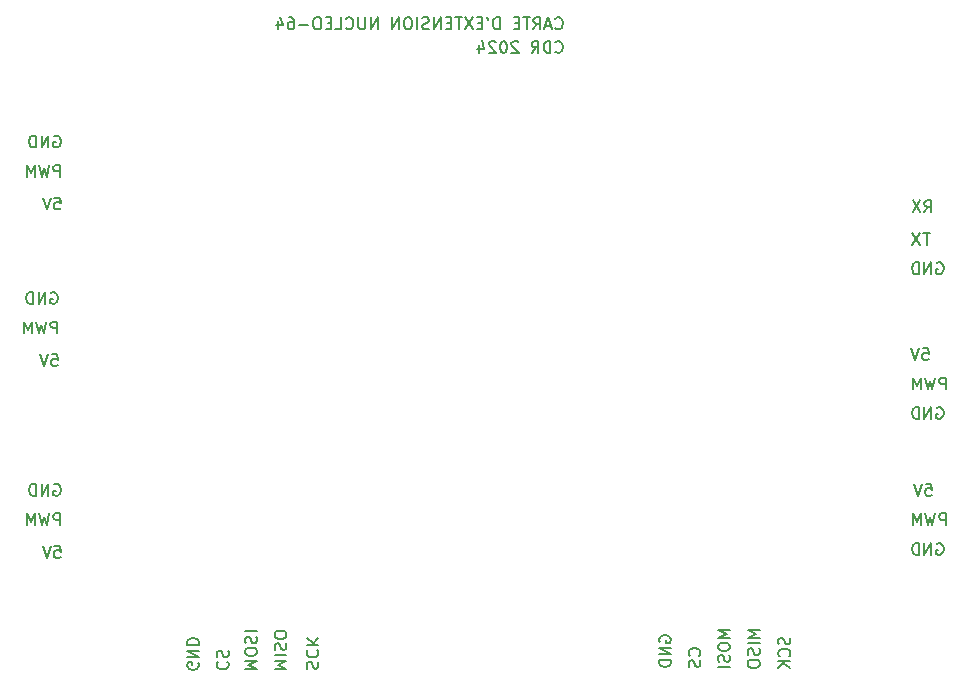
<source format=gbr>
%TF.GenerationSoftware,KiCad,Pcbnew,7.0.1*%
%TF.CreationDate,2024-03-29T14:38:25+01:00*%
%TF.ProjectId,nucleo_expansion,6e75636c-656f-45f6-9578-70616e73696f,Cyril*%
%TF.SameCoordinates,Original*%
%TF.FileFunction,Legend,Bot*%
%TF.FilePolarity,Positive*%
%FSLAX46Y46*%
G04 Gerber Fmt 4.6, Leading zero omitted, Abs format (unit mm)*
G04 Created by KiCad (PCBNEW 7.0.1) date 2024-03-29 14:38:25*
%MOMM*%
%LPD*%
G01*
G04 APERTURE LIST*
%ADD10C,0.150000*%
G04 APERTURE END LIST*
D10*
X169761904Y-118877619D02*
X169761904Y-117877619D01*
X169761904Y-117877619D02*
X169380952Y-117877619D01*
X169380952Y-117877619D02*
X169285714Y-117925238D01*
X169285714Y-117925238D02*
X169238095Y-117972857D01*
X169238095Y-117972857D02*
X169190476Y-118068095D01*
X169190476Y-118068095D02*
X169190476Y-118210952D01*
X169190476Y-118210952D02*
X169238095Y-118306190D01*
X169238095Y-118306190D02*
X169285714Y-118353809D01*
X169285714Y-118353809D02*
X169380952Y-118401428D01*
X169380952Y-118401428D02*
X169761904Y-118401428D01*
X168857142Y-117877619D02*
X168619047Y-118877619D01*
X168619047Y-118877619D02*
X168428571Y-118163333D01*
X168428571Y-118163333D02*
X168238095Y-118877619D01*
X168238095Y-118877619D02*
X168000000Y-117877619D01*
X167619047Y-118877619D02*
X167619047Y-117877619D01*
X167619047Y-117877619D02*
X167285714Y-118591904D01*
X167285714Y-118591904D02*
X166952381Y-117877619D01*
X166952381Y-117877619D02*
X166952381Y-118877619D01*
X167785714Y-103877619D02*
X168261904Y-103877619D01*
X168261904Y-103877619D02*
X168309523Y-104353809D01*
X168309523Y-104353809D02*
X168261904Y-104306190D01*
X168261904Y-104306190D02*
X168166666Y-104258571D01*
X168166666Y-104258571D02*
X167928571Y-104258571D01*
X167928571Y-104258571D02*
X167833333Y-104306190D01*
X167833333Y-104306190D02*
X167785714Y-104353809D01*
X167785714Y-104353809D02*
X167738095Y-104449047D01*
X167738095Y-104449047D02*
X167738095Y-104687142D01*
X167738095Y-104687142D02*
X167785714Y-104782380D01*
X167785714Y-104782380D02*
X167833333Y-104830000D01*
X167833333Y-104830000D02*
X167928571Y-104877619D01*
X167928571Y-104877619D02*
X168166666Y-104877619D01*
X168166666Y-104877619D02*
X168261904Y-104830000D01*
X168261904Y-104830000D02*
X168309523Y-104782380D01*
X167452380Y-103877619D02*
X167119047Y-104877619D01*
X167119047Y-104877619D02*
X166785714Y-103877619D01*
X156530000Y-128390476D02*
X156577619Y-128533333D01*
X156577619Y-128533333D02*
X156577619Y-128771428D01*
X156577619Y-128771428D02*
X156530000Y-128866666D01*
X156530000Y-128866666D02*
X156482380Y-128914285D01*
X156482380Y-128914285D02*
X156387142Y-128961904D01*
X156387142Y-128961904D02*
X156291904Y-128961904D01*
X156291904Y-128961904D02*
X156196666Y-128914285D01*
X156196666Y-128914285D02*
X156149047Y-128866666D01*
X156149047Y-128866666D02*
X156101428Y-128771428D01*
X156101428Y-128771428D02*
X156053809Y-128580952D01*
X156053809Y-128580952D02*
X156006190Y-128485714D01*
X156006190Y-128485714D02*
X155958571Y-128438095D01*
X155958571Y-128438095D02*
X155863333Y-128390476D01*
X155863333Y-128390476D02*
X155768095Y-128390476D01*
X155768095Y-128390476D02*
X155672857Y-128438095D01*
X155672857Y-128438095D02*
X155625238Y-128485714D01*
X155625238Y-128485714D02*
X155577619Y-128580952D01*
X155577619Y-128580952D02*
X155577619Y-128819047D01*
X155577619Y-128819047D02*
X155625238Y-128961904D01*
X156482380Y-129961904D02*
X156530000Y-129914285D01*
X156530000Y-129914285D02*
X156577619Y-129771428D01*
X156577619Y-129771428D02*
X156577619Y-129676190D01*
X156577619Y-129676190D02*
X156530000Y-129533333D01*
X156530000Y-129533333D02*
X156434761Y-129438095D01*
X156434761Y-129438095D02*
X156339523Y-129390476D01*
X156339523Y-129390476D02*
X156149047Y-129342857D01*
X156149047Y-129342857D02*
X156006190Y-129342857D01*
X156006190Y-129342857D02*
X155815714Y-129390476D01*
X155815714Y-129390476D02*
X155720476Y-129438095D01*
X155720476Y-129438095D02*
X155625238Y-129533333D01*
X155625238Y-129533333D02*
X155577619Y-129676190D01*
X155577619Y-129676190D02*
X155577619Y-129771428D01*
X155577619Y-129771428D02*
X155625238Y-129914285D01*
X155625238Y-129914285D02*
X155672857Y-129961904D01*
X156577619Y-130390476D02*
X155577619Y-130390476D01*
X156577619Y-130961904D02*
X156006190Y-130533333D01*
X155577619Y-130961904D02*
X156149047Y-130390476D01*
X168404761Y-94127619D02*
X167833333Y-94127619D01*
X168119047Y-95127619D02*
X168119047Y-94127619D01*
X167595237Y-94127619D02*
X166928571Y-95127619D01*
X166928571Y-94127619D02*
X167595237Y-95127619D01*
X168988095Y-108925238D02*
X169083333Y-108877619D01*
X169083333Y-108877619D02*
X169226190Y-108877619D01*
X169226190Y-108877619D02*
X169369047Y-108925238D01*
X169369047Y-108925238D02*
X169464285Y-109020476D01*
X169464285Y-109020476D02*
X169511904Y-109115714D01*
X169511904Y-109115714D02*
X169559523Y-109306190D01*
X169559523Y-109306190D02*
X169559523Y-109449047D01*
X169559523Y-109449047D02*
X169511904Y-109639523D01*
X169511904Y-109639523D02*
X169464285Y-109734761D01*
X169464285Y-109734761D02*
X169369047Y-109830000D01*
X169369047Y-109830000D02*
X169226190Y-109877619D01*
X169226190Y-109877619D02*
X169130952Y-109877619D01*
X169130952Y-109877619D02*
X168988095Y-109830000D01*
X168988095Y-109830000D02*
X168940476Y-109782380D01*
X168940476Y-109782380D02*
X168940476Y-109449047D01*
X168940476Y-109449047D02*
X169130952Y-109449047D01*
X168511904Y-109877619D02*
X168511904Y-108877619D01*
X168511904Y-108877619D02*
X167940476Y-109877619D01*
X167940476Y-109877619D02*
X167940476Y-108877619D01*
X167464285Y-109877619D02*
X167464285Y-108877619D01*
X167464285Y-108877619D02*
X167226190Y-108877619D01*
X167226190Y-108877619D02*
X167083333Y-108925238D01*
X167083333Y-108925238D02*
X166988095Y-109020476D01*
X166988095Y-109020476D02*
X166940476Y-109115714D01*
X166940476Y-109115714D02*
X166892857Y-109306190D01*
X166892857Y-109306190D02*
X166892857Y-109449047D01*
X166892857Y-109449047D02*
X166940476Y-109639523D01*
X166940476Y-109639523D02*
X166988095Y-109734761D01*
X166988095Y-109734761D02*
X167083333Y-109830000D01*
X167083333Y-109830000D02*
X167226190Y-109877619D01*
X167226190Y-109877619D02*
X167464285Y-109877619D01*
X94035714Y-104377619D02*
X94511904Y-104377619D01*
X94511904Y-104377619D02*
X94559523Y-104853809D01*
X94559523Y-104853809D02*
X94511904Y-104806190D01*
X94511904Y-104806190D02*
X94416666Y-104758571D01*
X94416666Y-104758571D02*
X94178571Y-104758571D01*
X94178571Y-104758571D02*
X94083333Y-104806190D01*
X94083333Y-104806190D02*
X94035714Y-104853809D01*
X94035714Y-104853809D02*
X93988095Y-104949047D01*
X93988095Y-104949047D02*
X93988095Y-105187142D01*
X93988095Y-105187142D02*
X94035714Y-105282380D01*
X94035714Y-105282380D02*
X94083333Y-105330000D01*
X94083333Y-105330000D02*
X94178571Y-105377619D01*
X94178571Y-105377619D02*
X94416666Y-105377619D01*
X94416666Y-105377619D02*
X94511904Y-105330000D01*
X94511904Y-105330000D02*
X94559523Y-105282380D01*
X93702380Y-104377619D02*
X93369047Y-105377619D01*
X93369047Y-105377619D02*
X93035714Y-104377619D01*
X115670000Y-131009523D02*
X115622380Y-130866666D01*
X115622380Y-130866666D02*
X115622380Y-130628571D01*
X115622380Y-130628571D02*
X115670000Y-130533333D01*
X115670000Y-130533333D02*
X115717619Y-130485714D01*
X115717619Y-130485714D02*
X115812857Y-130438095D01*
X115812857Y-130438095D02*
X115908095Y-130438095D01*
X115908095Y-130438095D02*
X116003333Y-130485714D01*
X116003333Y-130485714D02*
X116050952Y-130533333D01*
X116050952Y-130533333D02*
X116098571Y-130628571D01*
X116098571Y-130628571D02*
X116146190Y-130819047D01*
X116146190Y-130819047D02*
X116193809Y-130914285D01*
X116193809Y-130914285D02*
X116241428Y-130961904D01*
X116241428Y-130961904D02*
X116336666Y-131009523D01*
X116336666Y-131009523D02*
X116431904Y-131009523D01*
X116431904Y-131009523D02*
X116527142Y-130961904D01*
X116527142Y-130961904D02*
X116574761Y-130914285D01*
X116574761Y-130914285D02*
X116622380Y-130819047D01*
X116622380Y-130819047D02*
X116622380Y-130580952D01*
X116622380Y-130580952D02*
X116574761Y-130438095D01*
X115717619Y-129438095D02*
X115670000Y-129485714D01*
X115670000Y-129485714D02*
X115622380Y-129628571D01*
X115622380Y-129628571D02*
X115622380Y-129723809D01*
X115622380Y-129723809D02*
X115670000Y-129866666D01*
X115670000Y-129866666D02*
X115765238Y-129961904D01*
X115765238Y-129961904D02*
X115860476Y-130009523D01*
X115860476Y-130009523D02*
X116050952Y-130057142D01*
X116050952Y-130057142D02*
X116193809Y-130057142D01*
X116193809Y-130057142D02*
X116384285Y-130009523D01*
X116384285Y-130009523D02*
X116479523Y-129961904D01*
X116479523Y-129961904D02*
X116574761Y-129866666D01*
X116574761Y-129866666D02*
X116622380Y-129723809D01*
X116622380Y-129723809D02*
X116622380Y-129628571D01*
X116622380Y-129628571D02*
X116574761Y-129485714D01*
X116574761Y-129485714D02*
X116527142Y-129438095D01*
X115622380Y-129009523D02*
X116622380Y-129009523D01*
X115622380Y-128438095D02*
X116193809Y-128866666D01*
X116622380Y-128438095D02*
X116050952Y-129009523D01*
X94761904Y-89377619D02*
X94761904Y-88377619D01*
X94761904Y-88377619D02*
X94380952Y-88377619D01*
X94380952Y-88377619D02*
X94285714Y-88425238D01*
X94285714Y-88425238D02*
X94238095Y-88472857D01*
X94238095Y-88472857D02*
X94190476Y-88568095D01*
X94190476Y-88568095D02*
X94190476Y-88710952D01*
X94190476Y-88710952D02*
X94238095Y-88806190D01*
X94238095Y-88806190D02*
X94285714Y-88853809D01*
X94285714Y-88853809D02*
X94380952Y-88901428D01*
X94380952Y-88901428D02*
X94761904Y-88901428D01*
X93857142Y-88377619D02*
X93619047Y-89377619D01*
X93619047Y-89377619D02*
X93428571Y-88663333D01*
X93428571Y-88663333D02*
X93238095Y-89377619D01*
X93238095Y-89377619D02*
X93000000Y-88377619D01*
X92619047Y-89377619D02*
X92619047Y-88377619D01*
X92619047Y-88377619D02*
X92285714Y-89091904D01*
X92285714Y-89091904D02*
X91952381Y-88377619D01*
X91952381Y-88377619D02*
X91952381Y-89377619D01*
X136690476Y-78782380D02*
X136738095Y-78830000D01*
X136738095Y-78830000D02*
X136880952Y-78877619D01*
X136880952Y-78877619D02*
X136976190Y-78877619D01*
X136976190Y-78877619D02*
X137119047Y-78830000D01*
X137119047Y-78830000D02*
X137214285Y-78734761D01*
X137214285Y-78734761D02*
X137261904Y-78639523D01*
X137261904Y-78639523D02*
X137309523Y-78449047D01*
X137309523Y-78449047D02*
X137309523Y-78306190D01*
X137309523Y-78306190D02*
X137261904Y-78115714D01*
X137261904Y-78115714D02*
X137214285Y-78020476D01*
X137214285Y-78020476D02*
X137119047Y-77925238D01*
X137119047Y-77925238D02*
X136976190Y-77877619D01*
X136976190Y-77877619D02*
X136880952Y-77877619D01*
X136880952Y-77877619D02*
X136738095Y-77925238D01*
X136738095Y-77925238D02*
X136690476Y-77972857D01*
X136261904Y-78877619D02*
X136261904Y-77877619D01*
X136261904Y-77877619D02*
X136023809Y-77877619D01*
X136023809Y-77877619D02*
X135880952Y-77925238D01*
X135880952Y-77925238D02*
X135785714Y-78020476D01*
X135785714Y-78020476D02*
X135738095Y-78115714D01*
X135738095Y-78115714D02*
X135690476Y-78306190D01*
X135690476Y-78306190D02*
X135690476Y-78449047D01*
X135690476Y-78449047D02*
X135738095Y-78639523D01*
X135738095Y-78639523D02*
X135785714Y-78734761D01*
X135785714Y-78734761D02*
X135880952Y-78830000D01*
X135880952Y-78830000D02*
X136023809Y-78877619D01*
X136023809Y-78877619D02*
X136261904Y-78877619D01*
X134690476Y-78877619D02*
X135023809Y-78401428D01*
X135261904Y-78877619D02*
X135261904Y-77877619D01*
X135261904Y-77877619D02*
X134880952Y-77877619D01*
X134880952Y-77877619D02*
X134785714Y-77925238D01*
X134785714Y-77925238D02*
X134738095Y-77972857D01*
X134738095Y-77972857D02*
X134690476Y-78068095D01*
X134690476Y-78068095D02*
X134690476Y-78210952D01*
X134690476Y-78210952D02*
X134738095Y-78306190D01*
X134738095Y-78306190D02*
X134785714Y-78353809D01*
X134785714Y-78353809D02*
X134880952Y-78401428D01*
X134880952Y-78401428D02*
X135261904Y-78401428D01*
X133547618Y-77972857D02*
X133499999Y-77925238D01*
X133499999Y-77925238D02*
X133404761Y-77877619D01*
X133404761Y-77877619D02*
X133166666Y-77877619D01*
X133166666Y-77877619D02*
X133071428Y-77925238D01*
X133071428Y-77925238D02*
X133023809Y-77972857D01*
X133023809Y-77972857D02*
X132976190Y-78068095D01*
X132976190Y-78068095D02*
X132976190Y-78163333D01*
X132976190Y-78163333D02*
X133023809Y-78306190D01*
X133023809Y-78306190D02*
X133595237Y-78877619D01*
X133595237Y-78877619D02*
X132976190Y-78877619D01*
X132357142Y-77877619D02*
X132261904Y-77877619D01*
X132261904Y-77877619D02*
X132166666Y-77925238D01*
X132166666Y-77925238D02*
X132119047Y-77972857D01*
X132119047Y-77972857D02*
X132071428Y-78068095D01*
X132071428Y-78068095D02*
X132023809Y-78258571D01*
X132023809Y-78258571D02*
X132023809Y-78496666D01*
X132023809Y-78496666D02*
X132071428Y-78687142D01*
X132071428Y-78687142D02*
X132119047Y-78782380D01*
X132119047Y-78782380D02*
X132166666Y-78830000D01*
X132166666Y-78830000D02*
X132261904Y-78877619D01*
X132261904Y-78877619D02*
X132357142Y-78877619D01*
X132357142Y-78877619D02*
X132452380Y-78830000D01*
X132452380Y-78830000D02*
X132499999Y-78782380D01*
X132499999Y-78782380D02*
X132547618Y-78687142D01*
X132547618Y-78687142D02*
X132595237Y-78496666D01*
X132595237Y-78496666D02*
X132595237Y-78258571D01*
X132595237Y-78258571D02*
X132547618Y-78068095D01*
X132547618Y-78068095D02*
X132499999Y-77972857D01*
X132499999Y-77972857D02*
X132452380Y-77925238D01*
X132452380Y-77925238D02*
X132357142Y-77877619D01*
X131642856Y-77972857D02*
X131595237Y-77925238D01*
X131595237Y-77925238D02*
X131499999Y-77877619D01*
X131499999Y-77877619D02*
X131261904Y-77877619D01*
X131261904Y-77877619D02*
X131166666Y-77925238D01*
X131166666Y-77925238D02*
X131119047Y-77972857D01*
X131119047Y-77972857D02*
X131071428Y-78068095D01*
X131071428Y-78068095D02*
X131071428Y-78163333D01*
X131071428Y-78163333D02*
X131119047Y-78306190D01*
X131119047Y-78306190D02*
X131690475Y-78877619D01*
X131690475Y-78877619D02*
X131071428Y-78877619D01*
X130214285Y-78210952D02*
X130214285Y-78877619D01*
X130452380Y-77830000D02*
X130690475Y-78544285D01*
X130690475Y-78544285D02*
X130071428Y-78544285D01*
X168988095Y-120425238D02*
X169083333Y-120377619D01*
X169083333Y-120377619D02*
X169226190Y-120377619D01*
X169226190Y-120377619D02*
X169369047Y-120425238D01*
X169369047Y-120425238D02*
X169464285Y-120520476D01*
X169464285Y-120520476D02*
X169511904Y-120615714D01*
X169511904Y-120615714D02*
X169559523Y-120806190D01*
X169559523Y-120806190D02*
X169559523Y-120949047D01*
X169559523Y-120949047D02*
X169511904Y-121139523D01*
X169511904Y-121139523D02*
X169464285Y-121234761D01*
X169464285Y-121234761D02*
X169369047Y-121330000D01*
X169369047Y-121330000D02*
X169226190Y-121377619D01*
X169226190Y-121377619D02*
X169130952Y-121377619D01*
X169130952Y-121377619D02*
X168988095Y-121330000D01*
X168988095Y-121330000D02*
X168940476Y-121282380D01*
X168940476Y-121282380D02*
X168940476Y-120949047D01*
X168940476Y-120949047D02*
X169130952Y-120949047D01*
X168511904Y-121377619D02*
X168511904Y-120377619D01*
X168511904Y-120377619D02*
X167940476Y-121377619D01*
X167940476Y-121377619D02*
X167940476Y-120377619D01*
X167464285Y-121377619D02*
X167464285Y-120377619D01*
X167464285Y-120377619D02*
X167226190Y-120377619D01*
X167226190Y-120377619D02*
X167083333Y-120425238D01*
X167083333Y-120425238D02*
X166988095Y-120520476D01*
X166988095Y-120520476D02*
X166940476Y-120615714D01*
X166940476Y-120615714D02*
X166892857Y-120806190D01*
X166892857Y-120806190D02*
X166892857Y-120949047D01*
X166892857Y-120949047D02*
X166940476Y-121139523D01*
X166940476Y-121139523D02*
X166988095Y-121234761D01*
X166988095Y-121234761D02*
X167083333Y-121330000D01*
X167083333Y-121330000D02*
X167226190Y-121377619D01*
X167226190Y-121377619D02*
X167464285Y-121377619D01*
X94285714Y-91127619D02*
X94761904Y-91127619D01*
X94761904Y-91127619D02*
X94809523Y-91603809D01*
X94809523Y-91603809D02*
X94761904Y-91556190D01*
X94761904Y-91556190D02*
X94666666Y-91508571D01*
X94666666Y-91508571D02*
X94428571Y-91508571D01*
X94428571Y-91508571D02*
X94333333Y-91556190D01*
X94333333Y-91556190D02*
X94285714Y-91603809D01*
X94285714Y-91603809D02*
X94238095Y-91699047D01*
X94238095Y-91699047D02*
X94238095Y-91937142D01*
X94238095Y-91937142D02*
X94285714Y-92032380D01*
X94285714Y-92032380D02*
X94333333Y-92080000D01*
X94333333Y-92080000D02*
X94428571Y-92127619D01*
X94428571Y-92127619D02*
X94666666Y-92127619D01*
X94666666Y-92127619D02*
X94761904Y-92080000D01*
X94761904Y-92080000D02*
X94809523Y-92032380D01*
X93952380Y-91127619D02*
X93619047Y-92127619D01*
X93619047Y-92127619D02*
X93285714Y-91127619D01*
X167940476Y-92377619D02*
X168273809Y-91901428D01*
X168511904Y-92377619D02*
X168511904Y-91377619D01*
X168511904Y-91377619D02*
X168130952Y-91377619D01*
X168130952Y-91377619D02*
X168035714Y-91425238D01*
X168035714Y-91425238D02*
X167988095Y-91472857D01*
X167988095Y-91472857D02*
X167940476Y-91568095D01*
X167940476Y-91568095D02*
X167940476Y-91710952D01*
X167940476Y-91710952D02*
X167988095Y-91806190D01*
X167988095Y-91806190D02*
X168035714Y-91853809D01*
X168035714Y-91853809D02*
X168130952Y-91901428D01*
X168130952Y-91901428D02*
X168511904Y-91901428D01*
X167607142Y-91377619D02*
X166940476Y-92377619D01*
X166940476Y-91377619D02*
X167607142Y-92377619D01*
X153977619Y-127738095D02*
X152977619Y-127738095D01*
X152977619Y-127738095D02*
X153691904Y-128071428D01*
X153691904Y-128071428D02*
X152977619Y-128404761D01*
X152977619Y-128404761D02*
X153977619Y-128404761D01*
X153977619Y-128880952D02*
X152977619Y-128880952D01*
X153930000Y-129309523D02*
X153977619Y-129452380D01*
X153977619Y-129452380D02*
X153977619Y-129690475D01*
X153977619Y-129690475D02*
X153930000Y-129785713D01*
X153930000Y-129785713D02*
X153882380Y-129833332D01*
X153882380Y-129833332D02*
X153787142Y-129880951D01*
X153787142Y-129880951D02*
X153691904Y-129880951D01*
X153691904Y-129880951D02*
X153596666Y-129833332D01*
X153596666Y-129833332D02*
X153549047Y-129785713D01*
X153549047Y-129785713D02*
X153501428Y-129690475D01*
X153501428Y-129690475D02*
X153453809Y-129499999D01*
X153453809Y-129499999D02*
X153406190Y-129404761D01*
X153406190Y-129404761D02*
X153358571Y-129357142D01*
X153358571Y-129357142D02*
X153263333Y-129309523D01*
X153263333Y-129309523D02*
X153168095Y-129309523D01*
X153168095Y-129309523D02*
X153072857Y-129357142D01*
X153072857Y-129357142D02*
X153025238Y-129404761D01*
X153025238Y-129404761D02*
X152977619Y-129499999D01*
X152977619Y-129499999D02*
X152977619Y-129738094D01*
X152977619Y-129738094D02*
X153025238Y-129880951D01*
X152977619Y-130499999D02*
X152977619Y-130690475D01*
X152977619Y-130690475D02*
X153025238Y-130785713D01*
X153025238Y-130785713D02*
X153120476Y-130880951D01*
X153120476Y-130880951D02*
X153310952Y-130928570D01*
X153310952Y-130928570D02*
X153644285Y-130928570D01*
X153644285Y-130928570D02*
X153834761Y-130880951D01*
X153834761Y-130880951D02*
X153930000Y-130785713D01*
X153930000Y-130785713D02*
X153977619Y-130690475D01*
X153977619Y-130690475D02*
X153977619Y-130499999D01*
X153977619Y-130499999D02*
X153930000Y-130404761D01*
X153930000Y-130404761D02*
X153834761Y-130309523D01*
X153834761Y-130309523D02*
X153644285Y-130261904D01*
X153644285Y-130261904D02*
X153310952Y-130261904D01*
X153310952Y-130261904D02*
X153120476Y-130309523D01*
X153120476Y-130309523D02*
X153025238Y-130404761D01*
X153025238Y-130404761D02*
X152977619Y-130499999D01*
X168035714Y-115377619D02*
X168511904Y-115377619D01*
X168511904Y-115377619D02*
X168559523Y-115853809D01*
X168559523Y-115853809D02*
X168511904Y-115806190D01*
X168511904Y-115806190D02*
X168416666Y-115758571D01*
X168416666Y-115758571D02*
X168178571Y-115758571D01*
X168178571Y-115758571D02*
X168083333Y-115806190D01*
X168083333Y-115806190D02*
X168035714Y-115853809D01*
X168035714Y-115853809D02*
X167988095Y-115949047D01*
X167988095Y-115949047D02*
X167988095Y-116187142D01*
X167988095Y-116187142D02*
X168035714Y-116282380D01*
X168035714Y-116282380D02*
X168083333Y-116330000D01*
X168083333Y-116330000D02*
X168178571Y-116377619D01*
X168178571Y-116377619D02*
X168416666Y-116377619D01*
X168416666Y-116377619D02*
X168511904Y-116330000D01*
X168511904Y-116330000D02*
X168559523Y-116282380D01*
X167702380Y-115377619D02*
X167369047Y-116377619D01*
X167369047Y-116377619D02*
X167035714Y-115377619D01*
X93988095Y-99175238D02*
X94083333Y-99127619D01*
X94083333Y-99127619D02*
X94226190Y-99127619D01*
X94226190Y-99127619D02*
X94369047Y-99175238D01*
X94369047Y-99175238D02*
X94464285Y-99270476D01*
X94464285Y-99270476D02*
X94511904Y-99365714D01*
X94511904Y-99365714D02*
X94559523Y-99556190D01*
X94559523Y-99556190D02*
X94559523Y-99699047D01*
X94559523Y-99699047D02*
X94511904Y-99889523D01*
X94511904Y-99889523D02*
X94464285Y-99984761D01*
X94464285Y-99984761D02*
X94369047Y-100080000D01*
X94369047Y-100080000D02*
X94226190Y-100127619D01*
X94226190Y-100127619D02*
X94130952Y-100127619D01*
X94130952Y-100127619D02*
X93988095Y-100080000D01*
X93988095Y-100080000D02*
X93940476Y-100032380D01*
X93940476Y-100032380D02*
X93940476Y-99699047D01*
X93940476Y-99699047D02*
X94130952Y-99699047D01*
X93511904Y-100127619D02*
X93511904Y-99127619D01*
X93511904Y-99127619D02*
X92940476Y-100127619D01*
X92940476Y-100127619D02*
X92940476Y-99127619D01*
X92464285Y-100127619D02*
X92464285Y-99127619D01*
X92464285Y-99127619D02*
X92226190Y-99127619D01*
X92226190Y-99127619D02*
X92083333Y-99175238D01*
X92083333Y-99175238D02*
X91988095Y-99270476D01*
X91988095Y-99270476D02*
X91940476Y-99365714D01*
X91940476Y-99365714D02*
X91892857Y-99556190D01*
X91892857Y-99556190D02*
X91892857Y-99699047D01*
X91892857Y-99699047D02*
X91940476Y-99889523D01*
X91940476Y-99889523D02*
X91988095Y-99984761D01*
X91988095Y-99984761D02*
X92083333Y-100080000D01*
X92083333Y-100080000D02*
X92226190Y-100127619D01*
X92226190Y-100127619D02*
X92464285Y-100127619D01*
X145525238Y-128761904D02*
X145477619Y-128666666D01*
X145477619Y-128666666D02*
X145477619Y-128523809D01*
X145477619Y-128523809D02*
X145525238Y-128380952D01*
X145525238Y-128380952D02*
X145620476Y-128285714D01*
X145620476Y-128285714D02*
X145715714Y-128238095D01*
X145715714Y-128238095D02*
X145906190Y-128190476D01*
X145906190Y-128190476D02*
X146049047Y-128190476D01*
X146049047Y-128190476D02*
X146239523Y-128238095D01*
X146239523Y-128238095D02*
X146334761Y-128285714D01*
X146334761Y-128285714D02*
X146430000Y-128380952D01*
X146430000Y-128380952D02*
X146477619Y-128523809D01*
X146477619Y-128523809D02*
X146477619Y-128619047D01*
X146477619Y-128619047D02*
X146430000Y-128761904D01*
X146430000Y-128761904D02*
X146382380Y-128809523D01*
X146382380Y-128809523D02*
X146049047Y-128809523D01*
X146049047Y-128809523D02*
X146049047Y-128619047D01*
X146477619Y-129238095D02*
X145477619Y-129238095D01*
X145477619Y-129238095D02*
X146477619Y-129809523D01*
X146477619Y-129809523D02*
X145477619Y-129809523D01*
X146477619Y-130285714D02*
X145477619Y-130285714D01*
X145477619Y-130285714D02*
X145477619Y-130523809D01*
X145477619Y-130523809D02*
X145525238Y-130666666D01*
X145525238Y-130666666D02*
X145620476Y-130761904D01*
X145620476Y-130761904D02*
X145715714Y-130809523D01*
X145715714Y-130809523D02*
X145906190Y-130857142D01*
X145906190Y-130857142D02*
X146049047Y-130857142D01*
X146049047Y-130857142D02*
X146239523Y-130809523D01*
X146239523Y-130809523D02*
X146334761Y-130761904D01*
X146334761Y-130761904D02*
X146430000Y-130666666D01*
X146430000Y-130666666D02*
X146477619Y-130523809D01*
X146477619Y-130523809D02*
X146477619Y-130285714D01*
X169761904Y-107377619D02*
X169761904Y-106377619D01*
X169761904Y-106377619D02*
X169380952Y-106377619D01*
X169380952Y-106377619D02*
X169285714Y-106425238D01*
X169285714Y-106425238D02*
X169238095Y-106472857D01*
X169238095Y-106472857D02*
X169190476Y-106568095D01*
X169190476Y-106568095D02*
X169190476Y-106710952D01*
X169190476Y-106710952D02*
X169238095Y-106806190D01*
X169238095Y-106806190D02*
X169285714Y-106853809D01*
X169285714Y-106853809D02*
X169380952Y-106901428D01*
X169380952Y-106901428D02*
X169761904Y-106901428D01*
X168857142Y-106377619D02*
X168619047Y-107377619D01*
X168619047Y-107377619D02*
X168428571Y-106663333D01*
X168428571Y-106663333D02*
X168238095Y-107377619D01*
X168238095Y-107377619D02*
X168000000Y-106377619D01*
X167619047Y-107377619D02*
X167619047Y-106377619D01*
X167619047Y-106377619D02*
X167285714Y-107091904D01*
X167285714Y-107091904D02*
X166952381Y-106377619D01*
X166952381Y-106377619D02*
X166952381Y-107377619D01*
X108117619Y-130440476D02*
X108070000Y-130488095D01*
X108070000Y-130488095D02*
X108022380Y-130630952D01*
X108022380Y-130630952D02*
X108022380Y-130726190D01*
X108022380Y-130726190D02*
X108070000Y-130869047D01*
X108070000Y-130869047D02*
X108165238Y-130964285D01*
X108165238Y-130964285D02*
X108260476Y-131011904D01*
X108260476Y-131011904D02*
X108450952Y-131059523D01*
X108450952Y-131059523D02*
X108593809Y-131059523D01*
X108593809Y-131059523D02*
X108784285Y-131011904D01*
X108784285Y-131011904D02*
X108879523Y-130964285D01*
X108879523Y-130964285D02*
X108974761Y-130869047D01*
X108974761Y-130869047D02*
X109022380Y-130726190D01*
X109022380Y-130726190D02*
X109022380Y-130630952D01*
X109022380Y-130630952D02*
X108974761Y-130488095D01*
X108974761Y-130488095D02*
X108927142Y-130440476D01*
X108070000Y-130059523D02*
X108022380Y-129916666D01*
X108022380Y-129916666D02*
X108022380Y-129678571D01*
X108022380Y-129678571D02*
X108070000Y-129583333D01*
X108070000Y-129583333D02*
X108117619Y-129535714D01*
X108117619Y-129535714D02*
X108212857Y-129488095D01*
X108212857Y-129488095D02*
X108308095Y-129488095D01*
X108308095Y-129488095D02*
X108403333Y-129535714D01*
X108403333Y-129535714D02*
X108450952Y-129583333D01*
X108450952Y-129583333D02*
X108498571Y-129678571D01*
X108498571Y-129678571D02*
X108546190Y-129869047D01*
X108546190Y-129869047D02*
X108593809Y-129964285D01*
X108593809Y-129964285D02*
X108641428Y-130011904D01*
X108641428Y-130011904D02*
X108736666Y-130059523D01*
X108736666Y-130059523D02*
X108831904Y-130059523D01*
X108831904Y-130059523D02*
X108927142Y-130011904D01*
X108927142Y-130011904D02*
X108974761Y-129964285D01*
X108974761Y-129964285D02*
X109022380Y-129869047D01*
X109022380Y-129869047D02*
X109022380Y-129630952D01*
X109022380Y-129630952D02*
X108974761Y-129488095D01*
X94285714Y-120627619D02*
X94761904Y-120627619D01*
X94761904Y-120627619D02*
X94809523Y-121103809D01*
X94809523Y-121103809D02*
X94761904Y-121056190D01*
X94761904Y-121056190D02*
X94666666Y-121008571D01*
X94666666Y-121008571D02*
X94428571Y-121008571D01*
X94428571Y-121008571D02*
X94333333Y-121056190D01*
X94333333Y-121056190D02*
X94285714Y-121103809D01*
X94285714Y-121103809D02*
X94238095Y-121199047D01*
X94238095Y-121199047D02*
X94238095Y-121437142D01*
X94238095Y-121437142D02*
X94285714Y-121532380D01*
X94285714Y-121532380D02*
X94333333Y-121580000D01*
X94333333Y-121580000D02*
X94428571Y-121627619D01*
X94428571Y-121627619D02*
X94666666Y-121627619D01*
X94666666Y-121627619D02*
X94761904Y-121580000D01*
X94761904Y-121580000D02*
X94809523Y-121532380D01*
X93952380Y-120627619D02*
X93619047Y-121627619D01*
X93619047Y-121627619D02*
X93285714Y-120627619D01*
X94238095Y-115425238D02*
X94333333Y-115377619D01*
X94333333Y-115377619D02*
X94476190Y-115377619D01*
X94476190Y-115377619D02*
X94619047Y-115425238D01*
X94619047Y-115425238D02*
X94714285Y-115520476D01*
X94714285Y-115520476D02*
X94761904Y-115615714D01*
X94761904Y-115615714D02*
X94809523Y-115806190D01*
X94809523Y-115806190D02*
X94809523Y-115949047D01*
X94809523Y-115949047D02*
X94761904Y-116139523D01*
X94761904Y-116139523D02*
X94714285Y-116234761D01*
X94714285Y-116234761D02*
X94619047Y-116330000D01*
X94619047Y-116330000D02*
X94476190Y-116377619D01*
X94476190Y-116377619D02*
X94380952Y-116377619D01*
X94380952Y-116377619D02*
X94238095Y-116330000D01*
X94238095Y-116330000D02*
X94190476Y-116282380D01*
X94190476Y-116282380D02*
X94190476Y-115949047D01*
X94190476Y-115949047D02*
X94380952Y-115949047D01*
X93761904Y-116377619D02*
X93761904Y-115377619D01*
X93761904Y-115377619D02*
X93190476Y-116377619D01*
X93190476Y-116377619D02*
X93190476Y-115377619D01*
X92714285Y-116377619D02*
X92714285Y-115377619D01*
X92714285Y-115377619D02*
X92476190Y-115377619D01*
X92476190Y-115377619D02*
X92333333Y-115425238D01*
X92333333Y-115425238D02*
X92238095Y-115520476D01*
X92238095Y-115520476D02*
X92190476Y-115615714D01*
X92190476Y-115615714D02*
X92142857Y-115806190D01*
X92142857Y-115806190D02*
X92142857Y-115949047D01*
X92142857Y-115949047D02*
X92190476Y-116139523D01*
X92190476Y-116139523D02*
X92238095Y-116234761D01*
X92238095Y-116234761D02*
X92333333Y-116330000D01*
X92333333Y-116330000D02*
X92476190Y-116377619D01*
X92476190Y-116377619D02*
X92714285Y-116377619D01*
X94238095Y-85925238D02*
X94333333Y-85877619D01*
X94333333Y-85877619D02*
X94476190Y-85877619D01*
X94476190Y-85877619D02*
X94619047Y-85925238D01*
X94619047Y-85925238D02*
X94714285Y-86020476D01*
X94714285Y-86020476D02*
X94761904Y-86115714D01*
X94761904Y-86115714D02*
X94809523Y-86306190D01*
X94809523Y-86306190D02*
X94809523Y-86449047D01*
X94809523Y-86449047D02*
X94761904Y-86639523D01*
X94761904Y-86639523D02*
X94714285Y-86734761D01*
X94714285Y-86734761D02*
X94619047Y-86830000D01*
X94619047Y-86830000D02*
X94476190Y-86877619D01*
X94476190Y-86877619D02*
X94380952Y-86877619D01*
X94380952Y-86877619D02*
X94238095Y-86830000D01*
X94238095Y-86830000D02*
X94190476Y-86782380D01*
X94190476Y-86782380D02*
X94190476Y-86449047D01*
X94190476Y-86449047D02*
X94380952Y-86449047D01*
X93761904Y-86877619D02*
X93761904Y-85877619D01*
X93761904Y-85877619D02*
X93190476Y-86877619D01*
X93190476Y-86877619D02*
X93190476Y-85877619D01*
X92714285Y-86877619D02*
X92714285Y-85877619D01*
X92714285Y-85877619D02*
X92476190Y-85877619D01*
X92476190Y-85877619D02*
X92333333Y-85925238D01*
X92333333Y-85925238D02*
X92238095Y-86020476D01*
X92238095Y-86020476D02*
X92190476Y-86115714D01*
X92190476Y-86115714D02*
X92142857Y-86306190D01*
X92142857Y-86306190D02*
X92142857Y-86449047D01*
X92142857Y-86449047D02*
X92190476Y-86639523D01*
X92190476Y-86639523D02*
X92238095Y-86734761D01*
X92238095Y-86734761D02*
X92333333Y-86830000D01*
X92333333Y-86830000D02*
X92476190Y-86877619D01*
X92476190Y-86877619D02*
X92714285Y-86877619D01*
X112922380Y-131011904D02*
X113922380Y-131011904D01*
X113922380Y-131011904D02*
X113208095Y-130678571D01*
X113208095Y-130678571D02*
X113922380Y-130345238D01*
X113922380Y-130345238D02*
X112922380Y-130345238D01*
X112922380Y-129869047D02*
X113922380Y-129869047D01*
X112970000Y-129440476D02*
X112922380Y-129297619D01*
X112922380Y-129297619D02*
X112922380Y-129059524D01*
X112922380Y-129059524D02*
X112970000Y-128964286D01*
X112970000Y-128964286D02*
X113017619Y-128916667D01*
X113017619Y-128916667D02*
X113112857Y-128869048D01*
X113112857Y-128869048D02*
X113208095Y-128869048D01*
X113208095Y-128869048D02*
X113303333Y-128916667D01*
X113303333Y-128916667D02*
X113350952Y-128964286D01*
X113350952Y-128964286D02*
X113398571Y-129059524D01*
X113398571Y-129059524D02*
X113446190Y-129250000D01*
X113446190Y-129250000D02*
X113493809Y-129345238D01*
X113493809Y-129345238D02*
X113541428Y-129392857D01*
X113541428Y-129392857D02*
X113636666Y-129440476D01*
X113636666Y-129440476D02*
X113731904Y-129440476D01*
X113731904Y-129440476D02*
X113827142Y-129392857D01*
X113827142Y-129392857D02*
X113874761Y-129345238D01*
X113874761Y-129345238D02*
X113922380Y-129250000D01*
X113922380Y-129250000D02*
X113922380Y-129011905D01*
X113922380Y-129011905D02*
X113874761Y-128869048D01*
X113922380Y-128250000D02*
X113922380Y-128059524D01*
X113922380Y-128059524D02*
X113874761Y-127964286D01*
X113874761Y-127964286D02*
X113779523Y-127869048D01*
X113779523Y-127869048D02*
X113589047Y-127821429D01*
X113589047Y-127821429D02*
X113255714Y-127821429D01*
X113255714Y-127821429D02*
X113065238Y-127869048D01*
X113065238Y-127869048D02*
X112970000Y-127964286D01*
X112970000Y-127964286D02*
X112922380Y-128059524D01*
X112922380Y-128059524D02*
X112922380Y-128250000D01*
X112922380Y-128250000D02*
X112970000Y-128345238D01*
X112970000Y-128345238D02*
X113065238Y-128440476D01*
X113065238Y-128440476D02*
X113255714Y-128488095D01*
X113255714Y-128488095D02*
X113589047Y-128488095D01*
X113589047Y-128488095D02*
X113779523Y-128440476D01*
X113779523Y-128440476D02*
X113874761Y-128345238D01*
X113874761Y-128345238D02*
X113922380Y-128250000D01*
X151477619Y-127738095D02*
X150477619Y-127738095D01*
X150477619Y-127738095D02*
X151191904Y-128071428D01*
X151191904Y-128071428D02*
X150477619Y-128404761D01*
X150477619Y-128404761D02*
X151477619Y-128404761D01*
X150477619Y-129071428D02*
X150477619Y-129261904D01*
X150477619Y-129261904D02*
X150525238Y-129357142D01*
X150525238Y-129357142D02*
X150620476Y-129452380D01*
X150620476Y-129452380D02*
X150810952Y-129499999D01*
X150810952Y-129499999D02*
X151144285Y-129499999D01*
X151144285Y-129499999D02*
X151334761Y-129452380D01*
X151334761Y-129452380D02*
X151430000Y-129357142D01*
X151430000Y-129357142D02*
X151477619Y-129261904D01*
X151477619Y-129261904D02*
X151477619Y-129071428D01*
X151477619Y-129071428D02*
X151430000Y-128976190D01*
X151430000Y-128976190D02*
X151334761Y-128880952D01*
X151334761Y-128880952D02*
X151144285Y-128833333D01*
X151144285Y-128833333D02*
X150810952Y-128833333D01*
X150810952Y-128833333D02*
X150620476Y-128880952D01*
X150620476Y-128880952D02*
X150525238Y-128976190D01*
X150525238Y-128976190D02*
X150477619Y-129071428D01*
X151430000Y-129880952D02*
X151477619Y-130023809D01*
X151477619Y-130023809D02*
X151477619Y-130261904D01*
X151477619Y-130261904D02*
X151430000Y-130357142D01*
X151430000Y-130357142D02*
X151382380Y-130404761D01*
X151382380Y-130404761D02*
X151287142Y-130452380D01*
X151287142Y-130452380D02*
X151191904Y-130452380D01*
X151191904Y-130452380D02*
X151096666Y-130404761D01*
X151096666Y-130404761D02*
X151049047Y-130357142D01*
X151049047Y-130357142D02*
X151001428Y-130261904D01*
X151001428Y-130261904D02*
X150953809Y-130071428D01*
X150953809Y-130071428D02*
X150906190Y-129976190D01*
X150906190Y-129976190D02*
X150858571Y-129928571D01*
X150858571Y-129928571D02*
X150763333Y-129880952D01*
X150763333Y-129880952D02*
X150668095Y-129880952D01*
X150668095Y-129880952D02*
X150572857Y-129928571D01*
X150572857Y-129928571D02*
X150525238Y-129976190D01*
X150525238Y-129976190D02*
X150477619Y-130071428D01*
X150477619Y-130071428D02*
X150477619Y-130309523D01*
X150477619Y-130309523D02*
X150525238Y-130452380D01*
X151477619Y-130880952D02*
X150477619Y-130880952D01*
X94511904Y-102627619D02*
X94511904Y-101627619D01*
X94511904Y-101627619D02*
X94130952Y-101627619D01*
X94130952Y-101627619D02*
X94035714Y-101675238D01*
X94035714Y-101675238D02*
X93988095Y-101722857D01*
X93988095Y-101722857D02*
X93940476Y-101818095D01*
X93940476Y-101818095D02*
X93940476Y-101960952D01*
X93940476Y-101960952D02*
X93988095Y-102056190D01*
X93988095Y-102056190D02*
X94035714Y-102103809D01*
X94035714Y-102103809D02*
X94130952Y-102151428D01*
X94130952Y-102151428D02*
X94511904Y-102151428D01*
X93607142Y-101627619D02*
X93369047Y-102627619D01*
X93369047Y-102627619D02*
X93178571Y-101913333D01*
X93178571Y-101913333D02*
X92988095Y-102627619D01*
X92988095Y-102627619D02*
X92750000Y-101627619D01*
X92369047Y-102627619D02*
X92369047Y-101627619D01*
X92369047Y-101627619D02*
X92035714Y-102341904D01*
X92035714Y-102341904D02*
X91702381Y-101627619D01*
X91702381Y-101627619D02*
X91702381Y-102627619D01*
X148882380Y-129909523D02*
X148930000Y-129861904D01*
X148930000Y-129861904D02*
X148977619Y-129719047D01*
X148977619Y-129719047D02*
X148977619Y-129623809D01*
X148977619Y-129623809D02*
X148930000Y-129480952D01*
X148930000Y-129480952D02*
X148834761Y-129385714D01*
X148834761Y-129385714D02*
X148739523Y-129338095D01*
X148739523Y-129338095D02*
X148549047Y-129290476D01*
X148549047Y-129290476D02*
X148406190Y-129290476D01*
X148406190Y-129290476D02*
X148215714Y-129338095D01*
X148215714Y-129338095D02*
X148120476Y-129385714D01*
X148120476Y-129385714D02*
X148025238Y-129480952D01*
X148025238Y-129480952D02*
X147977619Y-129623809D01*
X147977619Y-129623809D02*
X147977619Y-129719047D01*
X147977619Y-129719047D02*
X148025238Y-129861904D01*
X148025238Y-129861904D02*
X148072857Y-129909523D01*
X148930000Y-130290476D02*
X148977619Y-130433333D01*
X148977619Y-130433333D02*
X148977619Y-130671428D01*
X148977619Y-130671428D02*
X148930000Y-130766666D01*
X148930000Y-130766666D02*
X148882380Y-130814285D01*
X148882380Y-130814285D02*
X148787142Y-130861904D01*
X148787142Y-130861904D02*
X148691904Y-130861904D01*
X148691904Y-130861904D02*
X148596666Y-130814285D01*
X148596666Y-130814285D02*
X148549047Y-130766666D01*
X148549047Y-130766666D02*
X148501428Y-130671428D01*
X148501428Y-130671428D02*
X148453809Y-130480952D01*
X148453809Y-130480952D02*
X148406190Y-130385714D01*
X148406190Y-130385714D02*
X148358571Y-130338095D01*
X148358571Y-130338095D02*
X148263333Y-130290476D01*
X148263333Y-130290476D02*
X148168095Y-130290476D01*
X148168095Y-130290476D02*
X148072857Y-130338095D01*
X148072857Y-130338095D02*
X148025238Y-130385714D01*
X148025238Y-130385714D02*
X147977619Y-130480952D01*
X147977619Y-130480952D02*
X147977619Y-130719047D01*
X147977619Y-130719047D02*
X148025238Y-130861904D01*
X94761904Y-118877619D02*
X94761904Y-117877619D01*
X94761904Y-117877619D02*
X94380952Y-117877619D01*
X94380952Y-117877619D02*
X94285714Y-117925238D01*
X94285714Y-117925238D02*
X94238095Y-117972857D01*
X94238095Y-117972857D02*
X94190476Y-118068095D01*
X94190476Y-118068095D02*
X94190476Y-118210952D01*
X94190476Y-118210952D02*
X94238095Y-118306190D01*
X94238095Y-118306190D02*
X94285714Y-118353809D01*
X94285714Y-118353809D02*
X94380952Y-118401428D01*
X94380952Y-118401428D02*
X94761904Y-118401428D01*
X93857142Y-117877619D02*
X93619047Y-118877619D01*
X93619047Y-118877619D02*
X93428571Y-118163333D01*
X93428571Y-118163333D02*
X93238095Y-118877619D01*
X93238095Y-118877619D02*
X93000000Y-117877619D01*
X92619047Y-118877619D02*
X92619047Y-117877619D01*
X92619047Y-117877619D02*
X92285714Y-118591904D01*
X92285714Y-118591904D02*
X91952381Y-117877619D01*
X91952381Y-117877619D02*
X91952381Y-118877619D01*
X110422380Y-131011904D02*
X111422380Y-131011904D01*
X111422380Y-131011904D02*
X110708095Y-130678571D01*
X110708095Y-130678571D02*
X111422380Y-130345238D01*
X111422380Y-130345238D02*
X110422380Y-130345238D01*
X111422380Y-129678571D02*
X111422380Y-129488095D01*
X111422380Y-129488095D02*
X111374761Y-129392857D01*
X111374761Y-129392857D02*
X111279523Y-129297619D01*
X111279523Y-129297619D02*
X111089047Y-129250000D01*
X111089047Y-129250000D02*
X110755714Y-129250000D01*
X110755714Y-129250000D02*
X110565238Y-129297619D01*
X110565238Y-129297619D02*
X110470000Y-129392857D01*
X110470000Y-129392857D02*
X110422380Y-129488095D01*
X110422380Y-129488095D02*
X110422380Y-129678571D01*
X110422380Y-129678571D02*
X110470000Y-129773809D01*
X110470000Y-129773809D02*
X110565238Y-129869047D01*
X110565238Y-129869047D02*
X110755714Y-129916666D01*
X110755714Y-129916666D02*
X111089047Y-129916666D01*
X111089047Y-129916666D02*
X111279523Y-129869047D01*
X111279523Y-129869047D02*
X111374761Y-129773809D01*
X111374761Y-129773809D02*
X111422380Y-129678571D01*
X110470000Y-128869047D02*
X110422380Y-128726190D01*
X110422380Y-128726190D02*
X110422380Y-128488095D01*
X110422380Y-128488095D02*
X110470000Y-128392857D01*
X110470000Y-128392857D02*
X110517619Y-128345238D01*
X110517619Y-128345238D02*
X110612857Y-128297619D01*
X110612857Y-128297619D02*
X110708095Y-128297619D01*
X110708095Y-128297619D02*
X110803333Y-128345238D01*
X110803333Y-128345238D02*
X110850952Y-128392857D01*
X110850952Y-128392857D02*
X110898571Y-128488095D01*
X110898571Y-128488095D02*
X110946190Y-128678571D01*
X110946190Y-128678571D02*
X110993809Y-128773809D01*
X110993809Y-128773809D02*
X111041428Y-128821428D01*
X111041428Y-128821428D02*
X111136666Y-128869047D01*
X111136666Y-128869047D02*
X111231904Y-128869047D01*
X111231904Y-128869047D02*
X111327142Y-128821428D01*
X111327142Y-128821428D02*
X111374761Y-128773809D01*
X111374761Y-128773809D02*
X111422380Y-128678571D01*
X111422380Y-128678571D02*
X111422380Y-128440476D01*
X111422380Y-128440476D02*
X111374761Y-128297619D01*
X110422380Y-127869047D02*
X111422380Y-127869047D01*
X136690476Y-76782380D02*
X136738095Y-76830000D01*
X136738095Y-76830000D02*
X136880952Y-76877619D01*
X136880952Y-76877619D02*
X136976190Y-76877619D01*
X136976190Y-76877619D02*
X137119047Y-76830000D01*
X137119047Y-76830000D02*
X137214285Y-76734761D01*
X137214285Y-76734761D02*
X137261904Y-76639523D01*
X137261904Y-76639523D02*
X137309523Y-76449047D01*
X137309523Y-76449047D02*
X137309523Y-76306190D01*
X137309523Y-76306190D02*
X137261904Y-76115714D01*
X137261904Y-76115714D02*
X137214285Y-76020476D01*
X137214285Y-76020476D02*
X137119047Y-75925238D01*
X137119047Y-75925238D02*
X136976190Y-75877619D01*
X136976190Y-75877619D02*
X136880952Y-75877619D01*
X136880952Y-75877619D02*
X136738095Y-75925238D01*
X136738095Y-75925238D02*
X136690476Y-75972857D01*
X136309523Y-76591904D02*
X135833333Y-76591904D01*
X136404761Y-76877619D02*
X136071428Y-75877619D01*
X136071428Y-75877619D02*
X135738095Y-76877619D01*
X134833333Y-76877619D02*
X135166666Y-76401428D01*
X135404761Y-76877619D02*
X135404761Y-75877619D01*
X135404761Y-75877619D02*
X135023809Y-75877619D01*
X135023809Y-75877619D02*
X134928571Y-75925238D01*
X134928571Y-75925238D02*
X134880952Y-75972857D01*
X134880952Y-75972857D02*
X134833333Y-76068095D01*
X134833333Y-76068095D02*
X134833333Y-76210952D01*
X134833333Y-76210952D02*
X134880952Y-76306190D01*
X134880952Y-76306190D02*
X134928571Y-76353809D01*
X134928571Y-76353809D02*
X135023809Y-76401428D01*
X135023809Y-76401428D02*
X135404761Y-76401428D01*
X134547618Y-75877619D02*
X133976190Y-75877619D01*
X134261904Y-76877619D02*
X134261904Y-75877619D01*
X133642856Y-76353809D02*
X133309523Y-76353809D01*
X133166666Y-76877619D02*
X133642856Y-76877619D01*
X133642856Y-76877619D02*
X133642856Y-75877619D01*
X133642856Y-75877619D02*
X133166666Y-75877619D01*
X131976189Y-76877619D02*
X131976189Y-75877619D01*
X131976189Y-75877619D02*
X131738094Y-75877619D01*
X131738094Y-75877619D02*
X131595237Y-75925238D01*
X131595237Y-75925238D02*
X131499999Y-76020476D01*
X131499999Y-76020476D02*
X131452380Y-76115714D01*
X131452380Y-76115714D02*
X131404761Y-76306190D01*
X131404761Y-76306190D02*
X131404761Y-76449047D01*
X131404761Y-76449047D02*
X131452380Y-76639523D01*
X131452380Y-76639523D02*
X131499999Y-76734761D01*
X131499999Y-76734761D02*
X131595237Y-76830000D01*
X131595237Y-76830000D02*
X131738094Y-76877619D01*
X131738094Y-76877619D02*
X131976189Y-76877619D01*
X130928570Y-75877619D02*
X131023808Y-76068095D01*
X130499999Y-76353809D02*
X130166666Y-76353809D01*
X130023809Y-76877619D02*
X130499999Y-76877619D01*
X130499999Y-76877619D02*
X130499999Y-75877619D01*
X130499999Y-75877619D02*
X130023809Y-75877619D01*
X129690475Y-75877619D02*
X129023809Y-76877619D01*
X129023809Y-75877619D02*
X129690475Y-76877619D01*
X128785713Y-75877619D02*
X128214285Y-75877619D01*
X128499999Y-76877619D02*
X128499999Y-75877619D01*
X127880951Y-76353809D02*
X127547618Y-76353809D01*
X127404761Y-76877619D02*
X127880951Y-76877619D01*
X127880951Y-76877619D02*
X127880951Y-75877619D01*
X127880951Y-75877619D02*
X127404761Y-75877619D01*
X126976189Y-76877619D02*
X126976189Y-75877619D01*
X126976189Y-75877619D02*
X126404761Y-76877619D01*
X126404761Y-76877619D02*
X126404761Y-75877619D01*
X125976189Y-76830000D02*
X125833332Y-76877619D01*
X125833332Y-76877619D02*
X125595237Y-76877619D01*
X125595237Y-76877619D02*
X125499999Y-76830000D01*
X125499999Y-76830000D02*
X125452380Y-76782380D01*
X125452380Y-76782380D02*
X125404761Y-76687142D01*
X125404761Y-76687142D02*
X125404761Y-76591904D01*
X125404761Y-76591904D02*
X125452380Y-76496666D01*
X125452380Y-76496666D02*
X125499999Y-76449047D01*
X125499999Y-76449047D02*
X125595237Y-76401428D01*
X125595237Y-76401428D02*
X125785713Y-76353809D01*
X125785713Y-76353809D02*
X125880951Y-76306190D01*
X125880951Y-76306190D02*
X125928570Y-76258571D01*
X125928570Y-76258571D02*
X125976189Y-76163333D01*
X125976189Y-76163333D02*
X125976189Y-76068095D01*
X125976189Y-76068095D02*
X125928570Y-75972857D01*
X125928570Y-75972857D02*
X125880951Y-75925238D01*
X125880951Y-75925238D02*
X125785713Y-75877619D01*
X125785713Y-75877619D02*
X125547618Y-75877619D01*
X125547618Y-75877619D02*
X125404761Y-75925238D01*
X124976189Y-76877619D02*
X124976189Y-75877619D01*
X124309523Y-75877619D02*
X124119047Y-75877619D01*
X124119047Y-75877619D02*
X124023809Y-75925238D01*
X124023809Y-75925238D02*
X123928571Y-76020476D01*
X123928571Y-76020476D02*
X123880952Y-76210952D01*
X123880952Y-76210952D02*
X123880952Y-76544285D01*
X123880952Y-76544285D02*
X123928571Y-76734761D01*
X123928571Y-76734761D02*
X124023809Y-76830000D01*
X124023809Y-76830000D02*
X124119047Y-76877619D01*
X124119047Y-76877619D02*
X124309523Y-76877619D01*
X124309523Y-76877619D02*
X124404761Y-76830000D01*
X124404761Y-76830000D02*
X124499999Y-76734761D01*
X124499999Y-76734761D02*
X124547618Y-76544285D01*
X124547618Y-76544285D02*
X124547618Y-76210952D01*
X124547618Y-76210952D02*
X124499999Y-76020476D01*
X124499999Y-76020476D02*
X124404761Y-75925238D01*
X124404761Y-75925238D02*
X124309523Y-75877619D01*
X123452380Y-76877619D02*
X123452380Y-75877619D01*
X123452380Y-75877619D02*
X122880952Y-76877619D01*
X122880952Y-76877619D02*
X122880952Y-75877619D01*
X121642856Y-76877619D02*
X121642856Y-75877619D01*
X121642856Y-75877619D02*
X121071428Y-76877619D01*
X121071428Y-76877619D02*
X121071428Y-75877619D01*
X120595237Y-75877619D02*
X120595237Y-76687142D01*
X120595237Y-76687142D02*
X120547618Y-76782380D01*
X120547618Y-76782380D02*
X120499999Y-76830000D01*
X120499999Y-76830000D02*
X120404761Y-76877619D01*
X120404761Y-76877619D02*
X120214285Y-76877619D01*
X120214285Y-76877619D02*
X120119047Y-76830000D01*
X120119047Y-76830000D02*
X120071428Y-76782380D01*
X120071428Y-76782380D02*
X120023809Y-76687142D01*
X120023809Y-76687142D02*
X120023809Y-75877619D01*
X118976190Y-76782380D02*
X119023809Y-76830000D01*
X119023809Y-76830000D02*
X119166666Y-76877619D01*
X119166666Y-76877619D02*
X119261904Y-76877619D01*
X119261904Y-76877619D02*
X119404761Y-76830000D01*
X119404761Y-76830000D02*
X119499999Y-76734761D01*
X119499999Y-76734761D02*
X119547618Y-76639523D01*
X119547618Y-76639523D02*
X119595237Y-76449047D01*
X119595237Y-76449047D02*
X119595237Y-76306190D01*
X119595237Y-76306190D02*
X119547618Y-76115714D01*
X119547618Y-76115714D02*
X119499999Y-76020476D01*
X119499999Y-76020476D02*
X119404761Y-75925238D01*
X119404761Y-75925238D02*
X119261904Y-75877619D01*
X119261904Y-75877619D02*
X119166666Y-75877619D01*
X119166666Y-75877619D02*
X119023809Y-75925238D01*
X119023809Y-75925238D02*
X118976190Y-75972857D01*
X118071428Y-76877619D02*
X118547618Y-76877619D01*
X118547618Y-76877619D02*
X118547618Y-75877619D01*
X117738094Y-76353809D02*
X117404761Y-76353809D01*
X117261904Y-76877619D02*
X117738094Y-76877619D01*
X117738094Y-76877619D02*
X117738094Y-75877619D01*
X117738094Y-75877619D02*
X117261904Y-75877619D01*
X116642856Y-75877619D02*
X116452380Y-75877619D01*
X116452380Y-75877619D02*
X116357142Y-75925238D01*
X116357142Y-75925238D02*
X116261904Y-76020476D01*
X116261904Y-76020476D02*
X116214285Y-76210952D01*
X116214285Y-76210952D02*
X116214285Y-76544285D01*
X116214285Y-76544285D02*
X116261904Y-76734761D01*
X116261904Y-76734761D02*
X116357142Y-76830000D01*
X116357142Y-76830000D02*
X116452380Y-76877619D01*
X116452380Y-76877619D02*
X116642856Y-76877619D01*
X116642856Y-76877619D02*
X116738094Y-76830000D01*
X116738094Y-76830000D02*
X116833332Y-76734761D01*
X116833332Y-76734761D02*
X116880951Y-76544285D01*
X116880951Y-76544285D02*
X116880951Y-76210952D01*
X116880951Y-76210952D02*
X116833332Y-76020476D01*
X116833332Y-76020476D02*
X116738094Y-75925238D01*
X116738094Y-75925238D02*
X116642856Y-75877619D01*
X115785713Y-76496666D02*
X115023809Y-76496666D01*
X114119047Y-75877619D02*
X114309523Y-75877619D01*
X114309523Y-75877619D02*
X114404761Y-75925238D01*
X114404761Y-75925238D02*
X114452380Y-75972857D01*
X114452380Y-75972857D02*
X114547618Y-76115714D01*
X114547618Y-76115714D02*
X114595237Y-76306190D01*
X114595237Y-76306190D02*
X114595237Y-76687142D01*
X114595237Y-76687142D02*
X114547618Y-76782380D01*
X114547618Y-76782380D02*
X114499999Y-76830000D01*
X114499999Y-76830000D02*
X114404761Y-76877619D01*
X114404761Y-76877619D02*
X114214285Y-76877619D01*
X114214285Y-76877619D02*
X114119047Y-76830000D01*
X114119047Y-76830000D02*
X114071428Y-76782380D01*
X114071428Y-76782380D02*
X114023809Y-76687142D01*
X114023809Y-76687142D02*
X114023809Y-76449047D01*
X114023809Y-76449047D02*
X114071428Y-76353809D01*
X114071428Y-76353809D02*
X114119047Y-76306190D01*
X114119047Y-76306190D02*
X114214285Y-76258571D01*
X114214285Y-76258571D02*
X114404761Y-76258571D01*
X114404761Y-76258571D02*
X114499999Y-76306190D01*
X114499999Y-76306190D02*
X114547618Y-76353809D01*
X114547618Y-76353809D02*
X114595237Y-76449047D01*
X113166666Y-76210952D02*
X113166666Y-76877619D01*
X113404761Y-75830000D02*
X113642856Y-76544285D01*
X113642856Y-76544285D02*
X113023809Y-76544285D01*
X168988095Y-96675238D02*
X169083333Y-96627619D01*
X169083333Y-96627619D02*
X169226190Y-96627619D01*
X169226190Y-96627619D02*
X169369047Y-96675238D01*
X169369047Y-96675238D02*
X169464285Y-96770476D01*
X169464285Y-96770476D02*
X169511904Y-96865714D01*
X169511904Y-96865714D02*
X169559523Y-97056190D01*
X169559523Y-97056190D02*
X169559523Y-97199047D01*
X169559523Y-97199047D02*
X169511904Y-97389523D01*
X169511904Y-97389523D02*
X169464285Y-97484761D01*
X169464285Y-97484761D02*
X169369047Y-97580000D01*
X169369047Y-97580000D02*
X169226190Y-97627619D01*
X169226190Y-97627619D02*
X169130952Y-97627619D01*
X169130952Y-97627619D02*
X168988095Y-97580000D01*
X168988095Y-97580000D02*
X168940476Y-97532380D01*
X168940476Y-97532380D02*
X168940476Y-97199047D01*
X168940476Y-97199047D02*
X169130952Y-97199047D01*
X168511904Y-97627619D02*
X168511904Y-96627619D01*
X168511904Y-96627619D02*
X167940476Y-97627619D01*
X167940476Y-97627619D02*
X167940476Y-96627619D01*
X167464285Y-97627619D02*
X167464285Y-96627619D01*
X167464285Y-96627619D02*
X167226190Y-96627619D01*
X167226190Y-96627619D02*
X167083333Y-96675238D01*
X167083333Y-96675238D02*
X166988095Y-96770476D01*
X166988095Y-96770476D02*
X166940476Y-96865714D01*
X166940476Y-96865714D02*
X166892857Y-97056190D01*
X166892857Y-97056190D02*
X166892857Y-97199047D01*
X166892857Y-97199047D02*
X166940476Y-97389523D01*
X166940476Y-97389523D02*
X166988095Y-97484761D01*
X166988095Y-97484761D02*
X167083333Y-97580000D01*
X167083333Y-97580000D02*
X167226190Y-97627619D01*
X167226190Y-97627619D02*
X167464285Y-97627619D01*
X106474761Y-130538095D02*
X106522380Y-130633333D01*
X106522380Y-130633333D02*
X106522380Y-130776190D01*
X106522380Y-130776190D02*
X106474761Y-130919047D01*
X106474761Y-130919047D02*
X106379523Y-131014285D01*
X106379523Y-131014285D02*
X106284285Y-131061904D01*
X106284285Y-131061904D02*
X106093809Y-131109523D01*
X106093809Y-131109523D02*
X105950952Y-131109523D01*
X105950952Y-131109523D02*
X105760476Y-131061904D01*
X105760476Y-131061904D02*
X105665238Y-131014285D01*
X105665238Y-131014285D02*
X105570000Y-130919047D01*
X105570000Y-130919047D02*
X105522380Y-130776190D01*
X105522380Y-130776190D02*
X105522380Y-130680952D01*
X105522380Y-130680952D02*
X105570000Y-130538095D01*
X105570000Y-130538095D02*
X105617619Y-130490476D01*
X105617619Y-130490476D02*
X105950952Y-130490476D01*
X105950952Y-130490476D02*
X105950952Y-130680952D01*
X105522380Y-130061904D02*
X106522380Y-130061904D01*
X106522380Y-130061904D02*
X105522380Y-129490476D01*
X105522380Y-129490476D02*
X106522380Y-129490476D01*
X105522380Y-129014285D02*
X106522380Y-129014285D01*
X106522380Y-129014285D02*
X106522380Y-128776190D01*
X106522380Y-128776190D02*
X106474761Y-128633333D01*
X106474761Y-128633333D02*
X106379523Y-128538095D01*
X106379523Y-128538095D02*
X106284285Y-128490476D01*
X106284285Y-128490476D02*
X106093809Y-128442857D01*
X106093809Y-128442857D02*
X105950952Y-128442857D01*
X105950952Y-128442857D02*
X105760476Y-128490476D01*
X105760476Y-128490476D02*
X105665238Y-128538095D01*
X105665238Y-128538095D02*
X105570000Y-128633333D01*
X105570000Y-128633333D02*
X105522380Y-128776190D01*
X105522380Y-128776190D02*
X105522380Y-129014285D01*
M02*

</source>
